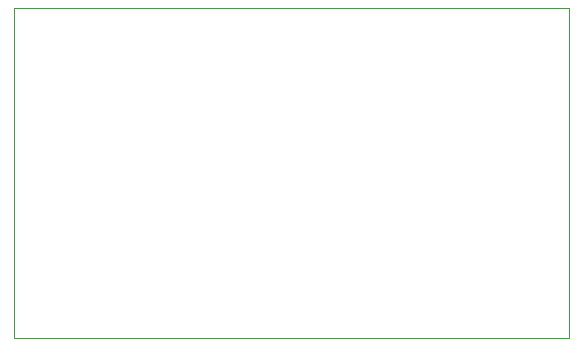
<source format=gko>
G75*
G70*
%OFA0B0*%
%FSLAX24Y24*%
%IPPOS*%
%LPD*%
%AMOC8*
5,1,8,0,0,1.08239X$1,22.5*
%
%ADD10C,0.0000*%
D10*
X000000Y000000D02*
X018520Y000000D01*
X018520Y011000D01*
X000000Y011000D01*
X000000Y000000D01*
M02*

</source>
